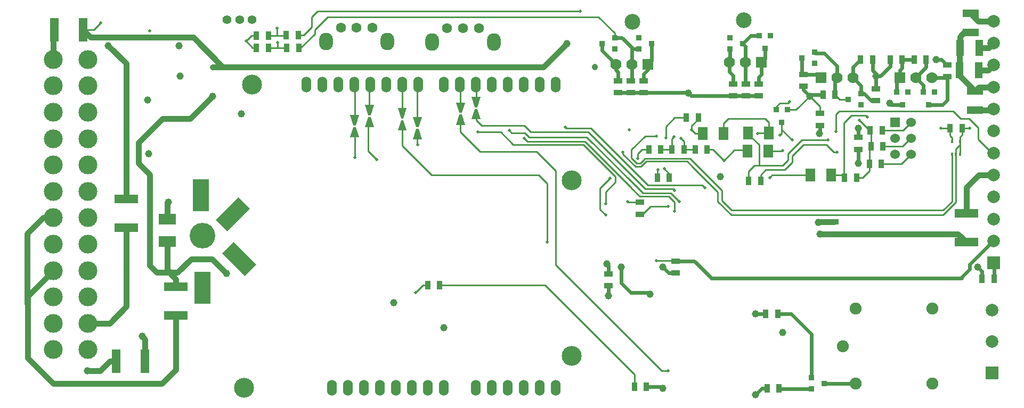
<source format=gbl>
G04 (created by PCBNEW (2013-03-19 BZR 4004)-stable) date 11/24/2013 3:24:33 PM*
%MOIN*%
G04 Gerber Fmt 3.4, Leading zero omitted, Abs format*
%FSLAX34Y34*%
G01*
G70*
G90*
G04 APERTURE LIST*
%ADD10C,0.006*%
%ADD11R,0.036X0.036*%
%ADD12R,0.035X0.055*%
%ADD13R,0.012X0.02*%
%ADD14R,0.06X0.08*%
%ADD15R,0.055X0.035*%
%ADD16R,0.06X0.06*%
%ADD17C,0.06*%
%ADD18R,0.0787402X0.0787402*%
%ADD19C,0.0787402*%
%ADD20C,0.11811*%
%ADD21R,0.15X0.055*%
%ADD22R,0.055X0.15*%
%ADD23R,0.11X0.07*%
%ADD24C,0.0551181*%
%ADD25O,0.0866142X0.110236*%
%ADD26C,0.0629921*%
%ADD27C,0.075*%
%ADD28C,0.07*%
%ADD29R,0.07X0.07*%
%ADD30C,0.0984252*%
%ADD31C,0.16*%
%ADD32R,0.1X0.2*%
%ADD33O,0.06X0.1*%
%ADD34O,0.125X0.125*%
%ADD35R,0.1X0.05*%
%ADD36R,0.05X0.1*%
%ADD37C,0.046*%
%ADD38C,0.02*%
%ADD39C,0.036*%
%ADD40C,0.024*%
%ADD41C,0.01*%
G04 APERTURE END LIST*
G54D10*
G54D11*
X73400Y-53650D03*
X73400Y-54350D03*
X74200Y-54000D03*
G54D12*
X62325Y-54200D03*
X63075Y-54200D03*
X71300Y-49625D03*
X70550Y-49625D03*
X70625Y-54300D03*
X71375Y-54300D03*
G54D13*
X82700Y-39650D03*
X82200Y-39650D03*
X82700Y-38850D03*
X82450Y-39650D03*
X82200Y-38850D03*
G54D14*
X70750Y-38300D03*
X69450Y-38300D03*
X66600Y-38350D03*
X67900Y-38350D03*
X69400Y-39450D03*
X70700Y-39450D03*
X73350Y-40950D03*
X74650Y-40950D03*
G54D12*
X77775Y-40250D03*
X77025Y-40250D03*
X66875Y-39350D03*
X66125Y-39350D03*
X63975Y-39350D03*
X63225Y-39350D03*
G54D15*
X76350Y-39325D03*
X76350Y-38575D03*
X73950Y-37075D03*
X73950Y-37825D03*
G54D12*
X82075Y-38000D03*
X82825Y-38000D03*
X77875Y-39150D03*
X77125Y-39150D03*
X76225Y-41100D03*
X75475Y-41100D03*
X77825Y-38150D03*
X77075Y-38150D03*
X69475Y-41300D03*
X70225Y-41300D03*
X66325Y-37350D03*
X65575Y-37350D03*
G54D16*
X78650Y-37650D03*
G54D17*
X79650Y-37650D03*
X78650Y-38650D03*
X79650Y-38650D03*
X78650Y-39650D03*
X79650Y-39650D03*
G54D18*
X84700Y-53350D03*
G54D19*
X84700Y-51381D03*
X84700Y-49412D03*
G54D18*
X84800Y-46450D03*
G54D19*
X84800Y-45072D03*
X84800Y-43694D03*
X84800Y-42316D03*
X84800Y-40938D03*
X84800Y-39560D03*
X84800Y-38182D03*
X84800Y-36804D03*
X84800Y-35426D03*
X84800Y-34048D03*
X84800Y-32670D03*
X84800Y-31292D03*
G54D20*
X25974Y-51888D03*
X25974Y-50235D03*
X25974Y-48581D03*
X25974Y-46928D03*
X25974Y-45274D03*
X25974Y-43621D03*
X25974Y-41967D03*
X25974Y-40314D03*
X25974Y-38660D03*
X25974Y-37007D03*
X25974Y-35353D03*
X25974Y-33700D03*
X28139Y-51888D03*
X28139Y-50235D03*
X28139Y-48581D03*
X28139Y-46928D03*
X28139Y-45274D03*
X28139Y-43621D03*
X28139Y-41967D03*
X28139Y-40314D03*
X28139Y-38660D03*
X28139Y-37007D03*
X28139Y-35353D03*
X28139Y-33700D03*
G54D12*
X50150Y-47850D03*
X49400Y-47850D03*
G54D11*
X71900Y-36850D03*
X71200Y-36850D03*
X71550Y-37650D03*
G54D21*
X83100Y-45150D03*
X83100Y-43350D03*
G54D15*
X74850Y-44625D03*
X74850Y-43875D03*
X62675Y-43400D03*
X62675Y-42650D03*
G54D22*
X26050Y-31850D03*
X27850Y-31850D03*
G54D21*
X33650Y-49750D03*
X33650Y-47950D03*
G54D22*
X29900Y-52600D03*
X31700Y-52600D03*
G54D21*
X30550Y-44225D03*
X30550Y-42425D03*
G54D23*
X33100Y-45100D03*
X33100Y-43700D03*
G54D24*
X38413Y-31190D03*
X37625Y-31190D03*
X36838Y-31190D03*
G54D15*
X70100Y-35225D03*
X70100Y-35975D03*
X69300Y-35225D03*
X69300Y-35975D03*
X62100Y-35025D03*
X62100Y-35775D03*
X61300Y-35025D03*
X61300Y-35775D03*
X81900Y-34025D03*
X81900Y-34775D03*
X72900Y-34625D03*
X72900Y-35375D03*
G54D12*
X78325Y-33700D03*
X79075Y-33700D03*
X76475Y-33700D03*
X77225Y-33700D03*
G54D15*
X68500Y-35225D03*
X68500Y-35975D03*
X62900Y-35025D03*
X62900Y-35775D03*
G54D12*
X74875Y-35900D03*
X74125Y-35900D03*
X79825Y-33700D03*
X80575Y-33700D03*
G54D15*
X77450Y-35525D03*
X77450Y-36275D03*
G54D12*
X41325Y-32975D03*
X40575Y-32975D03*
X39425Y-32975D03*
X38675Y-32975D03*
X38675Y-32200D03*
X39425Y-32200D03*
X40550Y-32175D03*
X41300Y-32175D03*
G54D25*
X53529Y-32616D03*
X49670Y-32616D03*
G54D26*
X51600Y-31750D03*
X52584Y-31750D03*
X50615Y-31750D03*
G54D25*
X46879Y-32566D03*
X43020Y-32566D03*
G54D26*
X44950Y-31700D03*
X45934Y-31700D03*
X43965Y-31700D03*
G54D11*
X76500Y-36550D03*
X76500Y-35850D03*
X75700Y-36200D03*
X68300Y-32350D03*
X68300Y-33050D03*
X69100Y-32700D03*
X70850Y-32200D03*
X70150Y-32200D03*
X70500Y-33000D03*
X73600Y-33950D03*
X73600Y-33250D03*
X72800Y-33600D03*
X79450Y-35750D03*
X78750Y-35750D03*
X79100Y-36550D03*
X81100Y-35750D03*
X80400Y-35750D03*
X80750Y-36550D03*
X61100Y-33050D03*
X61100Y-32350D03*
X60300Y-32700D03*
X62600Y-32350D03*
X62600Y-33050D03*
X63400Y-32700D03*
G54D15*
X60700Y-47125D03*
X60700Y-47875D03*
G54D12*
X84825Y-47450D03*
X84075Y-47450D03*
G54D15*
X64900Y-46325D03*
X64900Y-47075D03*
G54D27*
X75360Y-51660D03*
X76160Y-49300D03*
X80960Y-49300D03*
X80960Y-54020D03*
X76160Y-54020D03*
G54D28*
X68265Y-33863D03*
X69265Y-33863D03*
G54D29*
X70265Y-33863D03*
G54D28*
X76000Y-34842D03*
X75000Y-34842D03*
G54D29*
X74000Y-34842D03*
G54D28*
X80921Y-34842D03*
X79921Y-34842D03*
G54D29*
X78921Y-34842D03*
G54D28*
X61155Y-34003D03*
X62155Y-34003D03*
G54D29*
X63155Y-34003D03*
G54D30*
X62195Y-31343D03*
X69155Y-31233D03*
G54D31*
X35300Y-44750D03*
G54D16*
X35300Y-47500D03*
G54D17*
X35300Y-48500D03*
G54D32*
X35300Y-48000D03*
G54D10*
G36*
X36822Y-45846D02*
X37246Y-45422D01*
X37670Y-45846D01*
X37246Y-46270D01*
X36822Y-45846D01*
X36822Y-45846D01*
G37*
G54D17*
X37953Y-46553D03*
G54D10*
G36*
X36539Y-45846D02*
X37246Y-45139D01*
X38660Y-46553D01*
X37953Y-47260D01*
X36539Y-45846D01*
X36539Y-45846D01*
G37*
G54D16*
X35200Y-42700D03*
G54D17*
X35200Y-41700D03*
G54D32*
X35200Y-42200D03*
G54D10*
G36*
X36846Y-44177D02*
X36422Y-43753D01*
X36846Y-43329D01*
X37270Y-43753D01*
X36846Y-44177D01*
X36846Y-44177D01*
G37*
G54D17*
X37553Y-43046D03*
G54D10*
G36*
X36846Y-44460D02*
X36139Y-43753D01*
X37553Y-42339D01*
X38260Y-43046D01*
X36846Y-44460D01*
X36846Y-44460D01*
G37*
G54D12*
X65425Y-39350D03*
X64675Y-39350D03*
G54D33*
X48790Y-35280D03*
X47790Y-35280D03*
X46790Y-35280D03*
X45790Y-35280D03*
X44790Y-35280D03*
X43790Y-35280D03*
X42790Y-35280D03*
X41790Y-35280D03*
X46390Y-54280D03*
X45390Y-54280D03*
X44390Y-54280D03*
X43390Y-54280D03*
X47390Y-54280D03*
X48390Y-54280D03*
X49390Y-54280D03*
X50390Y-54280D03*
X52390Y-54280D03*
X53390Y-54280D03*
X54390Y-54280D03*
X55390Y-54280D03*
X56390Y-54280D03*
X57390Y-54280D03*
X57390Y-35280D03*
X56390Y-35280D03*
X55390Y-35280D03*
X54390Y-35280D03*
X53390Y-35280D03*
X52390Y-35280D03*
X51390Y-35280D03*
X50390Y-35280D03*
G54D34*
X58390Y-52280D03*
X58390Y-41280D03*
X38390Y-35280D03*
X37890Y-54280D03*
G54D10*
G36*
X52700Y-37450D02*
X52150Y-37450D01*
X52350Y-36800D01*
X52500Y-36800D01*
X52700Y-37450D01*
X52700Y-37450D01*
G37*
G36*
X52350Y-36700D02*
X52150Y-36050D01*
X52700Y-36050D01*
X52500Y-36700D01*
X52350Y-36700D01*
X52350Y-36700D01*
G37*
G36*
X51725Y-37800D02*
X51175Y-37800D01*
X51375Y-37150D01*
X51525Y-37150D01*
X51725Y-37800D01*
X51725Y-37800D01*
G37*
G36*
X51375Y-37050D02*
X51175Y-36400D01*
X51725Y-36400D01*
X51525Y-37050D01*
X51375Y-37050D01*
X51375Y-37050D01*
G37*
G36*
X49025Y-38700D02*
X48475Y-38700D01*
X48675Y-38050D01*
X48825Y-38050D01*
X49025Y-38700D01*
X49025Y-38700D01*
G37*
G36*
X48675Y-37950D02*
X48475Y-37300D01*
X49025Y-37300D01*
X48825Y-37950D01*
X48675Y-37950D01*
X48675Y-37950D01*
G37*
G36*
X48075Y-38150D02*
X47525Y-38150D01*
X47725Y-37500D01*
X47875Y-37500D01*
X48075Y-38150D01*
X48075Y-38150D01*
G37*
G36*
X47725Y-37400D02*
X47525Y-36750D01*
X48075Y-36750D01*
X47875Y-37400D01*
X47725Y-37400D01*
X47725Y-37400D01*
G37*
G36*
X46025Y-37950D02*
X45475Y-37950D01*
X45675Y-37300D01*
X45825Y-37300D01*
X46025Y-37950D01*
X46025Y-37950D01*
G37*
G36*
X45675Y-37200D02*
X45475Y-36550D01*
X46025Y-36550D01*
X45825Y-37200D01*
X45675Y-37200D01*
X45675Y-37200D01*
G37*
G36*
X45100Y-38575D02*
X44550Y-38575D01*
X44750Y-37925D01*
X44900Y-37925D01*
X45100Y-38575D01*
X45100Y-38575D01*
G37*
G36*
X44750Y-37825D02*
X44550Y-37175D01*
X45100Y-37175D01*
X44900Y-37825D01*
X44750Y-37825D01*
X44750Y-37825D01*
G37*
G54D35*
X83360Y-30820D03*
X83360Y-32020D03*
G54D36*
X83900Y-32980D03*
X82700Y-32980D03*
X83860Y-34380D03*
X82660Y-34380D03*
G54D35*
X83620Y-36880D03*
X83620Y-35680D03*
G54D12*
X64505Y-41120D03*
X63755Y-41120D03*
G54D37*
X73950Y-44650D03*
X28100Y-53200D03*
X50400Y-50500D03*
X71600Y-50800D03*
X31525Y-51050D03*
X33900Y-34725D03*
G54D38*
X28950Y-31400D03*
G54D37*
X58100Y-32700D03*
X35950Y-36000D03*
X33225Y-47050D03*
X60600Y-46500D03*
X36800Y-47100D03*
G54D38*
X61900Y-42600D03*
X64800Y-38550D03*
X81500Y-38000D03*
G54D37*
X33175Y-42625D03*
X29400Y-32850D03*
X37750Y-37100D03*
X33850Y-32850D03*
G54D38*
X66750Y-41750D03*
X58000Y-37950D03*
X72050Y-36325D03*
X56875Y-45150D03*
X46200Y-39975D03*
X44850Y-39850D03*
X64450Y-53200D03*
X60525Y-43450D03*
X60800Y-41150D03*
X39975Y-31750D03*
X40000Y-32650D03*
X48775Y-39025D03*
X65125Y-42600D03*
X54500Y-38150D03*
X64840Y-41900D03*
X55450Y-38650D03*
X64825Y-43200D03*
X52550Y-38225D03*
X60525Y-42725D03*
G54D37*
X61500Y-46700D03*
X63300Y-48400D03*
G54D38*
X63700Y-46300D03*
X58950Y-30675D03*
X65900Y-38100D03*
X64300Y-38600D03*
X63700Y-38500D03*
X74940Y-38200D03*
X62000Y-38100D03*
X61600Y-39500D03*
X67925Y-40025D03*
G54D37*
X73300Y-36000D03*
G54D38*
X64425Y-42900D03*
G54D37*
X73850Y-43900D03*
G54D38*
X62550Y-39900D03*
G54D37*
X67700Y-41050D03*
G54D38*
X83300Y-38000D03*
G54D37*
X76350Y-40200D03*
X78300Y-36450D03*
X81200Y-33700D03*
X77450Y-34750D03*
X73900Y-38350D03*
X75000Y-34842D03*
X76350Y-38000D03*
X31875Y-36225D03*
G54D38*
X32000Y-31900D03*
G54D37*
X47275Y-48925D03*
G54D38*
X48650Y-48300D03*
G54D37*
X31950Y-39600D03*
X83800Y-46700D03*
X64100Y-46700D03*
X60700Y-48500D03*
G54D38*
X38025Y-32550D03*
G54D37*
X65700Y-35800D03*
X69900Y-49625D03*
G54D38*
X71450Y-38450D03*
X72200Y-38750D03*
X63810Y-40620D03*
X64190Y-40550D03*
X65250Y-38650D03*
X70050Y-38350D03*
X74450Y-38750D03*
X76900Y-37300D03*
X75000Y-39500D03*
X76400Y-37500D03*
X70800Y-41100D03*
X71600Y-39400D03*
G54D37*
X69900Y-54700D03*
X64100Y-54300D03*
G54D39*
X59825Y-34175D02*
X59825Y-34125D01*
X74850Y-44625D02*
X82575Y-44625D01*
X82575Y-44625D02*
X83100Y-45150D01*
X73950Y-44650D02*
X74825Y-44650D01*
X74825Y-44650D02*
X74850Y-44625D01*
X29500Y-52600D02*
X29900Y-52600D01*
X28100Y-53200D02*
X28900Y-53200D01*
X28900Y-53200D02*
X29500Y-52600D01*
X31700Y-51225D02*
X31700Y-52600D01*
X31525Y-51050D02*
X31700Y-51225D01*
G54D40*
X72800Y-33600D02*
X72800Y-34525D01*
X72800Y-34525D02*
X72900Y-34625D01*
X72900Y-34625D02*
X73782Y-34625D01*
X73782Y-34625D02*
X74000Y-34842D01*
X70265Y-33863D02*
X70265Y-34634D01*
X70100Y-34800D02*
X70100Y-35225D01*
X70265Y-34634D02*
X70100Y-34800D01*
X70500Y-33000D02*
X70500Y-33628D01*
X70500Y-33628D02*
X70265Y-33863D01*
G54D39*
X83860Y-34380D02*
X84468Y-34380D01*
X84468Y-34380D02*
X84800Y-34048D01*
G54D41*
X28500Y-31850D02*
X27850Y-31850D01*
X28950Y-31400D02*
X28500Y-31850D01*
G54D39*
X36550Y-34175D02*
X36550Y-34125D01*
X36550Y-34125D02*
X34725Y-32300D01*
X34725Y-32300D02*
X28300Y-32300D01*
X28300Y-32300D02*
X27850Y-31850D01*
X35950Y-34175D02*
X36550Y-34175D01*
X36550Y-34175D02*
X56625Y-34175D01*
X56625Y-34175D02*
X58100Y-32700D01*
X84776Y-34025D02*
X84800Y-34048D01*
X34400Y-37400D02*
X34550Y-37400D01*
X34100Y-37400D02*
X34400Y-37400D01*
X32450Y-47050D02*
X32000Y-46600D01*
X32000Y-46600D02*
X32000Y-40900D01*
X32000Y-40900D02*
X31300Y-40200D01*
X31300Y-40200D02*
X31300Y-38900D01*
X31300Y-38900D02*
X32800Y-37400D01*
X32800Y-37400D02*
X34100Y-37400D01*
X33225Y-47050D02*
X32450Y-47050D01*
X34550Y-37400D02*
X35950Y-36000D01*
X83620Y-36880D02*
X84724Y-36880D01*
X84724Y-36880D02*
X84800Y-36804D01*
G54D40*
X60700Y-46600D02*
X60700Y-47125D01*
X60600Y-46500D02*
X60700Y-46600D01*
G54D39*
X33225Y-47050D02*
X33750Y-47050D01*
X35900Y-46200D02*
X36800Y-47100D01*
X34600Y-46200D02*
X35900Y-46200D01*
X33750Y-47050D02*
X34600Y-46200D01*
X33100Y-45100D02*
X33100Y-46925D01*
X33650Y-47475D02*
X33225Y-47050D01*
X33650Y-47475D02*
X33650Y-47950D01*
X33100Y-46925D02*
X33225Y-47050D01*
G54D41*
X61950Y-42650D02*
X62675Y-42650D01*
X61900Y-42600D02*
X61950Y-42650D01*
X64675Y-39350D02*
X64675Y-38675D01*
X64675Y-38675D02*
X64800Y-38550D01*
X63975Y-39350D02*
X64675Y-39350D01*
X82075Y-38000D02*
X81500Y-38000D01*
X82200Y-38850D02*
X82200Y-38600D01*
X82075Y-38475D02*
X82075Y-38000D01*
X82200Y-38600D02*
X82075Y-38475D01*
G54D39*
X33100Y-42700D02*
X33175Y-42625D01*
X33100Y-42700D02*
X33100Y-43700D01*
X30550Y-33950D02*
X29400Y-32850D01*
X30550Y-42425D02*
X30550Y-33950D01*
G54D40*
X80750Y-36550D02*
X81600Y-36550D01*
X81900Y-36250D02*
X81900Y-34775D01*
X81600Y-36550D02*
X81900Y-36250D01*
X80921Y-34842D02*
X81832Y-34842D01*
X81832Y-34842D02*
X81900Y-34775D01*
X60300Y-32700D02*
X60300Y-33147D01*
X60300Y-33147D02*
X61155Y-34003D01*
X61155Y-34003D02*
X61155Y-34355D01*
X61300Y-34500D02*
X61300Y-35025D01*
X61155Y-34355D02*
X61300Y-34500D01*
G54D41*
X66580Y-41580D02*
X66750Y-41750D01*
X63180Y-41580D02*
X66580Y-41580D01*
X59600Y-38000D02*
X63180Y-41580D01*
X58050Y-38000D02*
X59600Y-38000D01*
X58000Y-37950D02*
X58050Y-38000D01*
X71200Y-36650D02*
X71200Y-36850D01*
X71425Y-36425D02*
X71200Y-36650D01*
X71950Y-36425D02*
X71425Y-36425D01*
X72050Y-36325D02*
X71950Y-36425D01*
X47800Y-39100D02*
X49650Y-40950D01*
X49650Y-40950D02*
X56350Y-40950D01*
X56350Y-40950D02*
X56875Y-41475D01*
X56875Y-41475D02*
X56875Y-45150D01*
X47800Y-39100D02*
X47800Y-37825D01*
X45675Y-38575D02*
X45675Y-37700D01*
X45675Y-37700D02*
X45750Y-37625D01*
X45675Y-39450D02*
X45675Y-38575D01*
X45675Y-38575D02*
X45675Y-38475D01*
X46200Y-39975D02*
X45675Y-39450D01*
X44825Y-39250D02*
X44825Y-38250D01*
X44825Y-39825D02*
X44825Y-39250D01*
X44850Y-39850D02*
X44825Y-39825D01*
X51450Y-37475D02*
X51450Y-38250D01*
X64025Y-53200D02*
X64450Y-53200D01*
X57400Y-46575D02*
X64025Y-53200D01*
X57400Y-40675D02*
X57400Y-46575D01*
X56200Y-39475D02*
X57400Y-40675D01*
X52675Y-39475D02*
X56200Y-39475D01*
X51450Y-38250D02*
X52675Y-39475D01*
X50150Y-47850D02*
X56725Y-47850D01*
X62325Y-53450D02*
X62325Y-54200D01*
X56725Y-47850D02*
X62325Y-53450D01*
X60175Y-43100D02*
X60525Y-43450D01*
X60175Y-41775D02*
X60175Y-43100D01*
X60800Y-41150D02*
X60175Y-41775D01*
X39975Y-31750D02*
X39975Y-32200D01*
X39425Y-32200D02*
X39975Y-32200D01*
X39975Y-32200D02*
X40525Y-32200D01*
X40525Y-32200D02*
X40550Y-32175D01*
X40000Y-32975D02*
X40000Y-32650D01*
X39425Y-32975D02*
X40000Y-32975D01*
X40000Y-32975D02*
X40575Y-32975D01*
X48750Y-39000D02*
X48750Y-38375D01*
X48775Y-39025D02*
X48750Y-39000D01*
X62187Y-41412D02*
X62192Y-41412D01*
X64605Y-42080D02*
X65125Y-42600D01*
X62860Y-42080D02*
X64605Y-42080D01*
X62192Y-41412D02*
X62860Y-42080D01*
X54675Y-38300D02*
X54650Y-38300D01*
X65125Y-42600D02*
X65125Y-42635D01*
X62200Y-41425D02*
X62187Y-41412D01*
X62187Y-41412D02*
X59350Y-38575D01*
X59350Y-38575D02*
X55750Y-38575D01*
X55750Y-38575D02*
X55475Y-38300D01*
X55475Y-38300D02*
X54675Y-38300D01*
X54650Y-38300D02*
X54500Y-38150D01*
X64755Y-41815D02*
X63015Y-41815D01*
X64840Y-41900D02*
X64755Y-41815D01*
X52425Y-37500D02*
X52425Y-37125D01*
X52775Y-37850D02*
X52425Y-37500D01*
X55450Y-37850D02*
X52775Y-37850D01*
X55850Y-38250D02*
X55450Y-37850D01*
X59450Y-38250D02*
X55850Y-38250D01*
X63020Y-41820D02*
X63015Y-41815D01*
X63015Y-41815D02*
X59450Y-38250D01*
X52375Y-37175D02*
X52425Y-37125D01*
X62150Y-41750D02*
X62150Y-41760D01*
X62150Y-41750D02*
X59224Y-38824D01*
X59224Y-38824D02*
X55624Y-38824D01*
X55624Y-38824D02*
X55450Y-38650D01*
X64460Y-42280D02*
X64825Y-42645D01*
X62670Y-42280D02*
X64460Y-42280D01*
X62150Y-41760D02*
X62670Y-42280D01*
X64825Y-43200D02*
X64825Y-42645D01*
X53975Y-38250D02*
X54750Y-39025D01*
X52575Y-38250D02*
X53975Y-38250D01*
X52550Y-38225D02*
X52575Y-38250D01*
X59125Y-39025D02*
X54750Y-39025D01*
X61150Y-41050D02*
X59125Y-39025D01*
X61150Y-41375D02*
X61150Y-41050D01*
X60528Y-41996D02*
X61150Y-41375D01*
X60528Y-42721D02*
X60528Y-41996D01*
X60525Y-42725D02*
X60528Y-42721D01*
G54D39*
X83100Y-43350D02*
X83100Y-41700D01*
X83861Y-40938D02*
X84800Y-40938D01*
X83100Y-41700D02*
X83861Y-40938D01*
G54D40*
X84825Y-47450D02*
X84825Y-46475D01*
X84825Y-46475D02*
X84800Y-46450D01*
X61500Y-46700D02*
X61500Y-47700D01*
X61500Y-47700D02*
X62100Y-48300D01*
X63200Y-48300D02*
X62100Y-48300D01*
X63300Y-48400D02*
X63200Y-48300D01*
X82800Y-47400D02*
X82800Y-47350D01*
X66500Y-46750D02*
X67150Y-47400D01*
X80750Y-47400D02*
X67150Y-47400D01*
X80750Y-47400D02*
X82800Y-47400D01*
X84777Y-45072D02*
X84800Y-45072D01*
X83300Y-46550D02*
X84777Y-45072D01*
X83300Y-46850D02*
X83300Y-46550D01*
X82800Y-47350D02*
X83300Y-46850D01*
X84800Y-45072D02*
X84800Y-45150D01*
X66750Y-47000D02*
X66500Y-46750D01*
X66500Y-46750D02*
X66075Y-46325D01*
X66075Y-46325D02*
X64900Y-46325D01*
G54D41*
X63700Y-46300D02*
X64875Y-46300D01*
X64875Y-46300D02*
X64900Y-46325D01*
G54D39*
X84800Y-31292D02*
X83832Y-31292D01*
X83832Y-31292D02*
X83360Y-30820D01*
G54D41*
X41300Y-32175D02*
X41650Y-32175D01*
X42500Y-30675D02*
X58950Y-30675D01*
X42150Y-31025D02*
X42500Y-30675D01*
X42150Y-31675D02*
X42150Y-31025D01*
X41650Y-32175D02*
X42150Y-31675D01*
G54D40*
X69265Y-33863D02*
X69265Y-35190D01*
X69265Y-35190D02*
X69300Y-35225D01*
X69265Y-33863D02*
X69265Y-32865D01*
X69265Y-32865D02*
X69100Y-32700D01*
X69100Y-32700D02*
X69600Y-32200D01*
X69600Y-32200D02*
X70150Y-32200D01*
G54D39*
X83900Y-32980D02*
X84490Y-32980D01*
X84490Y-32980D02*
X84800Y-32670D01*
G54D41*
X41325Y-32975D02*
X41450Y-32975D01*
X61100Y-32050D02*
X61100Y-32350D01*
X60075Y-31025D02*
X61100Y-32050D01*
X43150Y-31025D02*
X60075Y-31025D01*
X42325Y-31850D02*
X43150Y-31025D01*
X42325Y-32100D02*
X42325Y-31850D01*
X41450Y-32975D02*
X42325Y-32100D01*
G54D40*
X62600Y-33050D02*
X62155Y-33050D01*
X62155Y-33050D02*
X62155Y-32955D01*
X61100Y-32350D02*
X61550Y-32350D01*
X62155Y-32955D02*
X62155Y-34003D01*
X61550Y-32350D02*
X62155Y-32955D01*
X62155Y-34003D02*
X62155Y-34969D01*
X62155Y-34969D02*
X62100Y-35025D01*
G54D41*
X66325Y-37350D02*
X66325Y-37425D01*
X65900Y-37850D02*
X65900Y-38100D01*
X66325Y-37425D02*
X65900Y-37850D01*
X66600Y-38350D02*
X66150Y-38350D01*
X66150Y-38350D02*
X65900Y-38100D01*
X64850Y-37350D02*
X65575Y-37350D01*
X64300Y-37900D02*
X64850Y-37350D01*
X64300Y-38600D02*
X64300Y-37900D01*
X62470Y-40195D02*
X62705Y-40195D01*
X82200Y-42600D02*
X81650Y-43150D01*
X81650Y-43150D02*
X68400Y-43150D01*
X82200Y-42500D02*
X82200Y-39650D01*
X82200Y-42500D02*
X82200Y-42600D01*
X66100Y-40200D02*
X67800Y-41900D01*
X67800Y-41900D02*
X67800Y-42550D01*
X67800Y-42550D02*
X68400Y-43150D01*
X65790Y-39890D02*
X66100Y-40200D01*
X62960Y-39890D02*
X65790Y-39890D01*
X62920Y-39930D02*
X62960Y-39890D01*
X62920Y-39980D02*
X62920Y-39930D01*
X62705Y-40195D02*
X62920Y-39980D01*
X62150Y-39350D02*
X62150Y-39875D01*
X62150Y-39350D02*
X63000Y-38500D01*
X63000Y-38500D02*
X63700Y-38500D01*
X62150Y-39875D02*
X62470Y-40195D01*
X62470Y-40195D02*
X62475Y-40200D01*
X84700Y-39560D02*
X83840Y-38700D01*
X83840Y-38700D02*
X83840Y-37980D01*
X83840Y-37980D02*
X83260Y-37400D01*
X83260Y-37400D02*
X82740Y-37400D01*
X82740Y-37400D02*
X82280Y-36940D01*
X82280Y-36940D02*
X77880Y-36940D01*
X77880Y-36940D02*
X75960Y-36940D01*
X75960Y-36940D02*
X75140Y-36940D01*
X75140Y-36940D02*
X74940Y-37140D01*
X74940Y-37140D02*
X74940Y-38200D01*
X84800Y-39560D02*
X84700Y-39560D01*
X62387Y-40412D02*
X62737Y-40412D01*
X81650Y-43450D02*
X82450Y-42650D01*
X68400Y-43450D02*
X81650Y-43450D01*
X82450Y-42650D02*
X82450Y-39650D01*
X65975Y-40425D02*
X67550Y-42000D01*
X67550Y-42000D02*
X67550Y-42600D01*
X67550Y-42600D02*
X68400Y-43450D01*
X65620Y-40070D02*
X65975Y-40425D01*
X63080Y-40070D02*
X65620Y-40070D01*
X62737Y-40412D02*
X63080Y-40070D01*
X61600Y-39625D02*
X62387Y-40412D01*
X62387Y-40412D02*
X62400Y-40425D01*
X61600Y-39500D02*
X61600Y-39625D01*
X67925Y-40025D02*
X68575Y-39375D01*
X67250Y-39350D02*
X67925Y-40025D01*
X66875Y-39350D02*
X67250Y-39350D01*
X69325Y-39375D02*
X69400Y-39450D01*
X68575Y-39375D02*
X69325Y-39375D01*
X73950Y-37075D02*
X73950Y-36650D01*
X73950Y-36650D02*
X73300Y-36000D01*
X71900Y-36850D02*
X72450Y-36850D01*
X72450Y-36850D02*
X73300Y-36000D01*
X62675Y-43400D02*
X62850Y-43400D01*
X63350Y-42900D02*
X64425Y-42900D01*
X62850Y-43400D02*
X63350Y-42900D01*
G54D39*
X74850Y-43875D02*
X73875Y-43875D01*
X73875Y-43875D02*
X73850Y-43900D01*
G54D41*
X63225Y-39350D02*
X62800Y-39350D01*
X62550Y-39600D02*
X62550Y-39900D01*
X62800Y-39350D02*
X62550Y-39600D01*
X82450Y-39650D02*
X82450Y-39300D01*
X82450Y-39300D02*
X82700Y-39050D01*
X82700Y-39050D02*
X82700Y-39100D01*
X82700Y-39650D02*
X82700Y-39100D01*
X82700Y-39100D02*
X82700Y-38850D01*
X82825Y-38000D02*
X83300Y-38000D01*
X82700Y-38850D02*
X82700Y-38550D01*
X82825Y-38425D02*
X82825Y-38000D01*
X82700Y-38550D02*
X82825Y-38425D01*
G54D40*
X76350Y-39325D02*
X76350Y-40200D01*
X79100Y-36550D02*
X78400Y-36550D01*
X78400Y-36550D02*
X78300Y-36450D01*
X81900Y-34025D02*
X81875Y-34025D01*
X81550Y-33700D02*
X81200Y-33700D01*
X81875Y-34025D02*
X81550Y-33700D01*
X78325Y-33700D02*
X78325Y-34125D01*
X77700Y-34750D02*
X77450Y-34750D01*
X78325Y-34125D02*
X77700Y-34750D01*
X77450Y-35525D02*
X77450Y-34750D01*
X77225Y-34375D02*
X77450Y-34600D01*
X77450Y-34600D02*
X77450Y-34750D01*
X77225Y-34375D02*
X77225Y-33700D01*
X72900Y-35375D02*
X72900Y-35600D01*
X73400Y-35900D02*
X74125Y-35900D01*
X73400Y-35900D02*
X73300Y-36000D01*
X72900Y-35600D02*
X73300Y-36000D01*
G54D41*
X75700Y-36200D02*
X75175Y-36200D01*
X75175Y-36200D02*
X74875Y-35900D01*
G54D40*
X73950Y-38300D02*
X73950Y-37825D01*
X73900Y-38350D02*
X73950Y-38300D01*
X74200Y-33300D02*
X73650Y-33300D01*
X73650Y-33300D02*
X73600Y-33250D01*
X75000Y-34842D02*
X75000Y-34100D01*
X74200Y-33300D02*
X75000Y-34100D01*
X74875Y-35900D02*
X74875Y-34967D01*
X74875Y-34967D02*
X75000Y-34842D01*
X76350Y-38575D02*
X76350Y-38000D01*
X80400Y-35750D02*
X80400Y-35321D01*
X80400Y-35321D02*
X79921Y-34842D01*
X80575Y-33700D02*
X80575Y-34188D01*
X80575Y-34188D02*
X79921Y-34842D01*
G54D41*
X49400Y-47850D02*
X49100Y-47850D01*
X49100Y-47850D02*
X48650Y-48300D01*
G54D40*
X84075Y-47450D02*
X84075Y-46975D01*
X84075Y-46975D02*
X83800Y-46700D01*
X64900Y-47075D02*
X64475Y-47075D01*
X64475Y-47075D02*
X64100Y-46700D01*
X60700Y-47875D02*
X60700Y-48500D01*
G54D39*
X82660Y-34380D02*
X82660Y-34720D01*
X82660Y-34720D02*
X83620Y-35680D01*
X84800Y-35426D02*
X83873Y-35426D01*
X83873Y-35426D02*
X83620Y-35680D01*
X82660Y-34380D02*
X82660Y-33020D01*
X82660Y-33020D02*
X82700Y-32980D01*
X83360Y-32020D02*
X82940Y-32020D01*
X82700Y-32260D02*
X82700Y-32980D01*
X82940Y-32020D02*
X82700Y-32260D01*
G54D41*
X38675Y-32975D02*
X38450Y-32975D01*
X38375Y-32200D02*
X38675Y-32200D01*
X38375Y-32200D02*
X38025Y-32550D01*
X38450Y-32975D02*
X38025Y-32550D01*
G54D40*
X61300Y-35775D02*
X62100Y-35775D01*
X62100Y-35775D02*
X62900Y-35775D01*
X62900Y-35775D02*
X65675Y-35775D01*
X65875Y-35975D02*
X65700Y-35800D01*
X65875Y-35975D02*
X68500Y-35975D01*
X65675Y-35775D02*
X65700Y-35800D01*
X70100Y-35975D02*
X69300Y-35975D01*
X69300Y-35975D02*
X68500Y-35975D01*
X69900Y-49625D02*
X70550Y-49625D01*
G54D39*
X30550Y-44225D02*
X30550Y-49175D01*
X29489Y-50235D02*
X28139Y-50235D01*
X30550Y-49175D02*
X29489Y-50235D01*
G54D41*
X71550Y-38000D02*
X71550Y-37650D01*
X71550Y-38350D02*
X71550Y-38000D01*
X71450Y-38450D02*
X71550Y-38350D01*
X71550Y-37650D02*
X71550Y-38100D01*
X71550Y-38100D02*
X72200Y-38750D01*
G54D40*
X78750Y-35750D02*
X78750Y-35013D01*
X78750Y-35013D02*
X78921Y-34842D01*
X78921Y-34842D02*
X78921Y-34378D01*
X79075Y-34225D02*
X79075Y-33700D01*
X78921Y-34378D02*
X79075Y-34225D01*
X79075Y-33700D02*
X79825Y-33700D01*
X77450Y-36275D02*
X77125Y-36275D01*
X76700Y-35850D02*
X76500Y-35850D01*
X77125Y-36275D02*
X76700Y-35850D01*
X76000Y-34200D02*
X76000Y-34175D01*
X76000Y-34842D02*
X76000Y-34200D01*
X76000Y-34175D02*
X76475Y-33700D01*
X76500Y-35850D02*
X76500Y-35342D01*
X76500Y-35342D02*
X76000Y-34842D01*
X68300Y-33050D02*
X68300Y-33828D01*
X68300Y-33828D02*
X68265Y-33863D01*
X68265Y-33863D02*
X68265Y-34465D01*
X68265Y-34465D02*
X68500Y-34700D01*
X68500Y-34700D02*
X68500Y-35225D01*
X63400Y-32700D02*
X63400Y-33758D01*
X63400Y-33758D02*
X63155Y-34003D01*
X63155Y-34003D02*
X63155Y-34344D01*
X63155Y-34344D02*
X62900Y-34600D01*
X62900Y-34600D02*
X62900Y-35025D01*
G54D41*
X52425Y-36375D02*
X52425Y-35315D01*
X52425Y-35315D02*
X52390Y-35280D01*
X52375Y-35295D02*
X52390Y-35280D01*
X51450Y-36725D02*
X51450Y-35340D01*
X51450Y-35340D02*
X51390Y-35280D01*
X47800Y-37075D02*
X47800Y-35290D01*
X47800Y-35290D02*
X47790Y-35280D01*
X48750Y-37625D02*
X48750Y-35320D01*
X48750Y-35320D02*
X48790Y-35280D01*
X44825Y-37500D02*
X44825Y-35315D01*
X44825Y-35315D02*
X44790Y-35280D01*
X45750Y-36875D02*
X45750Y-35320D01*
X45750Y-35320D02*
X45790Y-35280D01*
X63755Y-40675D02*
X63755Y-41120D01*
X63810Y-40620D02*
X63755Y-40675D01*
X64505Y-40865D02*
X64505Y-41120D01*
X64190Y-40550D02*
X64505Y-40865D01*
X66125Y-39350D02*
X65425Y-39350D01*
X65450Y-39325D02*
X65425Y-39350D01*
X65450Y-38850D02*
X65450Y-39325D01*
X65250Y-38650D02*
X65450Y-38850D01*
X77825Y-38150D02*
X79150Y-38150D01*
X79150Y-38150D02*
X79650Y-37650D01*
X77875Y-39150D02*
X78100Y-39150D01*
X79600Y-38650D02*
X79100Y-39150D01*
X79100Y-39150D02*
X78100Y-39150D01*
X79600Y-38650D02*
X79650Y-38650D01*
X77775Y-40250D02*
X79050Y-40250D01*
X79050Y-40250D02*
X79650Y-39650D01*
X70100Y-38300D02*
X70750Y-38300D01*
X70050Y-38350D02*
X70100Y-38300D01*
X67900Y-38350D02*
X67900Y-37700D01*
X70750Y-37650D02*
X70750Y-38300D01*
X70500Y-37400D02*
X70750Y-37650D01*
X68200Y-37400D02*
X70500Y-37400D01*
X67900Y-37700D02*
X68200Y-37400D01*
X69450Y-38300D02*
X69450Y-38375D01*
X70125Y-39050D02*
X70125Y-40350D01*
X69450Y-38375D02*
X70125Y-39050D01*
X69475Y-40825D02*
X69475Y-40700D01*
X69475Y-41300D02*
X69475Y-40825D01*
X69475Y-40700D02*
X69825Y-40350D01*
X71500Y-40350D02*
X71600Y-40350D01*
X72800Y-38750D02*
X74450Y-38750D01*
X71950Y-39600D02*
X72800Y-38750D01*
X71950Y-40000D02*
X71950Y-39600D01*
X71600Y-40350D02*
X71950Y-40000D01*
X71550Y-40350D02*
X71500Y-40350D01*
X71500Y-40350D02*
X70125Y-40350D01*
X70125Y-40350D02*
X69825Y-40350D01*
X74650Y-40950D02*
X75325Y-40950D01*
X75325Y-40950D02*
X75475Y-41100D01*
X75425Y-37675D02*
X75425Y-41050D01*
X75899Y-37200D02*
X75425Y-37675D01*
X76800Y-37200D02*
X75899Y-37200D01*
X76900Y-37300D02*
X76800Y-37200D01*
X75425Y-41050D02*
X75475Y-41100D01*
X75000Y-39500D02*
X74800Y-39500D01*
X70225Y-40925D02*
X70225Y-41300D01*
X70550Y-40600D02*
X70225Y-40925D01*
X71750Y-40600D02*
X70550Y-40600D01*
X72200Y-40150D02*
X71750Y-40600D01*
X72200Y-39750D02*
X72200Y-40150D01*
X72900Y-39050D02*
X72200Y-39750D01*
X74350Y-39050D02*
X72900Y-39050D01*
X74800Y-39500D02*
X74350Y-39050D01*
X76225Y-41100D02*
X76600Y-41100D01*
X77025Y-40675D02*
X77025Y-40250D01*
X76600Y-41100D02*
X77025Y-40675D01*
X77050Y-38150D02*
X77075Y-38150D01*
X76400Y-37500D02*
X77050Y-38150D01*
X77125Y-39150D02*
X77125Y-38200D01*
X77125Y-38200D02*
X77075Y-38150D01*
X77025Y-40250D02*
X77025Y-39250D01*
X77025Y-39250D02*
X77125Y-39150D01*
X73350Y-40950D02*
X70950Y-40950D01*
X70950Y-40950D02*
X70800Y-41100D01*
X71550Y-39450D02*
X70700Y-39450D01*
X71600Y-39400D02*
X71550Y-39450D01*
G54D40*
X73400Y-53650D02*
X73400Y-50900D01*
X72125Y-49625D02*
X71300Y-49625D01*
X73400Y-50900D02*
X72125Y-49625D01*
X73400Y-54350D02*
X71425Y-54350D01*
X71425Y-54350D02*
X71375Y-54300D01*
X74200Y-54000D02*
X76140Y-54000D01*
X76140Y-54000D02*
X76160Y-54020D01*
X70300Y-54300D02*
X70625Y-54300D01*
X69900Y-54700D02*
X70300Y-54300D01*
X64000Y-54200D02*
X63075Y-54200D01*
X64100Y-54300D02*
X64000Y-54200D01*
G54D39*
X25974Y-33700D02*
X25974Y-31925D01*
X25974Y-31925D02*
X26050Y-31850D01*
X25974Y-43621D02*
X25318Y-43621D01*
X24340Y-49020D02*
X24375Y-49020D01*
X24340Y-44600D02*
X24340Y-49020D01*
X25318Y-43621D02*
X24340Y-44600D01*
X33650Y-49750D02*
X33650Y-53125D01*
X24375Y-48527D02*
X25974Y-46928D01*
X24375Y-52400D02*
X24375Y-49020D01*
X24375Y-49020D02*
X24375Y-48527D01*
X25975Y-54000D02*
X24375Y-52400D01*
X32775Y-54000D02*
X25975Y-54000D01*
X33650Y-53125D02*
X32775Y-54000D01*
M02*

</source>
